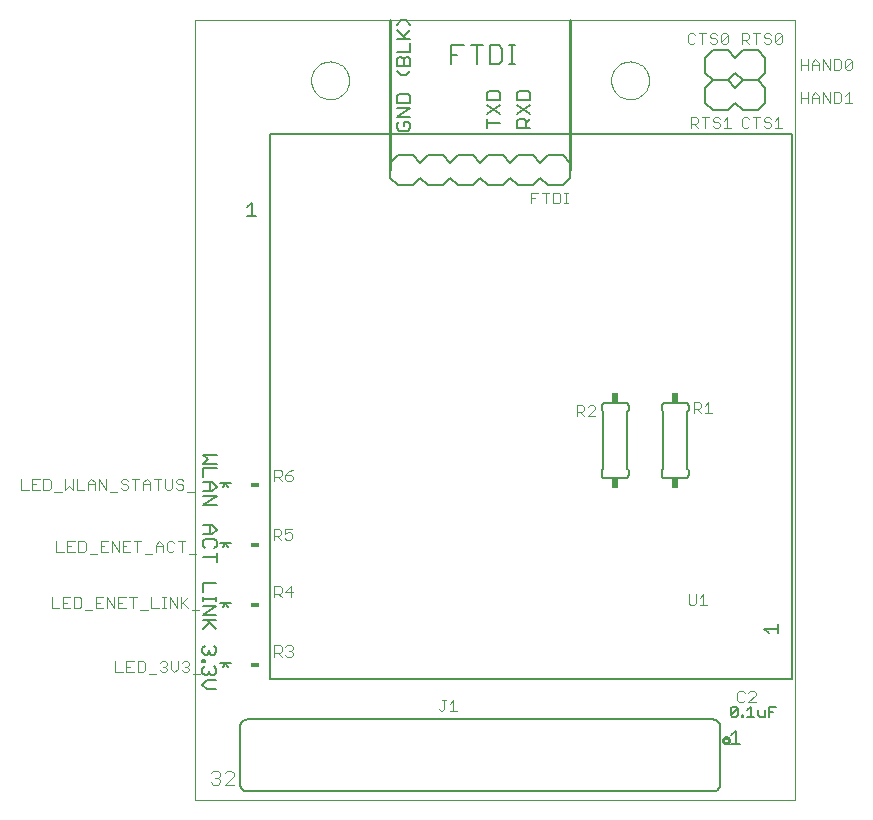
<source format=gto>
G75*
%MOIN*%
%OFA0B0*%
%FSLAX24Y24*%
%IPPOS*%
%LPD*%
%AMOC8*
5,1,8,0,0,1.08239X$1,22.5*
%
%ADD10C,0.0000*%
%ADD11C,0.0100*%
%ADD12C,0.0070*%
%ADD13C,0.0050*%
%ADD14C,0.0040*%
%ADD15C,0.0060*%
%ADD16C,0.0030*%
%ADD17R,0.0240X0.0340*%
%ADD18C,0.0080*%
%ADD19R,0.0300X0.0180*%
D10*
X006110Y000150D02*
X006110Y026150D01*
X026110Y026150D01*
X026110Y017350D01*
X026109Y000148D01*
X006110Y000150D01*
X009980Y024150D02*
X009982Y024200D01*
X009988Y024250D01*
X009998Y024299D01*
X010012Y024347D01*
X010029Y024394D01*
X010050Y024439D01*
X010075Y024483D01*
X010103Y024524D01*
X010135Y024563D01*
X010169Y024600D01*
X010206Y024634D01*
X010246Y024664D01*
X010288Y024691D01*
X010332Y024715D01*
X010378Y024736D01*
X010425Y024752D01*
X010473Y024765D01*
X010523Y024774D01*
X010572Y024779D01*
X010623Y024780D01*
X010673Y024777D01*
X010722Y024770D01*
X010771Y024759D01*
X010819Y024744D01*
X010865Y024726D01*
X010910Y024704D01*
X010953Y024678D01*
X010994Y024649D01*
X011033Y024617D01*
X011069Y024582D01*
X011101Y024544D01*
X011131Y024504D01*
X011158Y024461D01*
X011181Y024417D01*
X011200Y024371D01*
X011216Y024323D01*
X011228Y024274D01*
X011236Y024225D01*
X011240Y024175D01*
X011240Y024125D01*
X011236Y024075D01*
X011228Y024026D01*
X011216Y023977D01*
X011200Y023929D01*
X011181Y023883D01*
X011158Y023839D01*
X011131Y023796D01*
X011101Y023756D01*
X011069Y023718D01*
X011033Y023683D01*
X010994Y023651D01*
X010953Y023622D01*
X010910Y023596D01*
X010865Y023574D01*
X010819Y023556D01*
X010771Y023541D01*
X010722Y023530D01*
X010673Y023523D01*
X010623Y023520D01*
X010572Y023521D01*
X010523Y023526D01*
X010473Y023535D01*
X010425Y023548D01*
X010378Y023564D01*
X010332Y023585D01*
X010288Y023609D01*
X010246Y023636D01*
X010206Y023666D01*
X010169Y023700D01*
X010135Y023737D01*
X010103Y023776D01*
X010075Y023817D01*
X010050Y023861D01*
X010029Y023906D01*
X010012Y023953D01*
X009998Y024001D01*
X009988Y024050D01*
X009982Y024100D01*
X009980Y024150D01*
X019980Y024150D02*
X019982Y024200D01*
X019988Y024250D01*
X019998Y024299D01*
X020012Y024347D01*
X020029Y024394D01*
X020050Y024439D01*
X020075Y024483D01*
X020103Y024524D01*
X020135Y024563D01*
X020169Y024600D01*
X020206Y024634D01*
X020246Y024664D01*
X020288Y024691D01*
X020332Y024715D01*
X020378Y024736D01*
X020425Y024752D01*
X020473Y024765D01*
X020523Y024774D01*
X020572Y024779D01*
X020623Y024780D01*
X020673Y024777D01*
X020722Y024770D01*
X020771Y024759D01*
X020819Y024744D01*
X020865Y024726D01*
X020910Y024704D01*
X020953Y024678D01*
X020994Y024649D01*
X021033Y024617D01*
X021069Y024582D01*
X021101Y024544D01*
X021131Y024504D01*
X021158Y024461D01*
X021181Y024417D01*
X021200Y024371D01*
X021216Y024323D01*
X021228Y024274D01*
X021236Y024225D01*
X021240Y024175D01*
X021240Y024125D01*
X021236Y024075D01*
X021228Y024026D01*
X021216Y023977D01*
X021200Y023929D01*
X021181Y023883D01*
X021158Y023839D01*
X021131Y023796D01*
X021101Y023756D01*
X021069Y023718D01*
X021033Y023683D01*
X020994Y023651D01*
X020953Y023622D01*
X020910Y023596D01*
X020865Y023574D01*
X020819Y023556D01*
X020771Y023541D01*
X020722Y023530D01*
X020673Y023523D01*
X020623Y023520D01*
X020572Y023521D01*
X020523Y023526D01*
X020473Y023535D01*
X020425Y023548D01*
X020378Y023564D01*
X020332Y023585D01*
X020288Y023609D01*
X020246Y023636D01*
X020206Y023666D01*
X020169Y023700D01*
X020135Y023737D01*
X020103Y023776D01*
X020075Y023817D01*
X020050Y023861D01*
X020029Y023906D01*
X020012Y023953D01*
X019998Y024001D01*
X019988Y024050D01*
X019982Y024100D01*
X019980Y024150D01*
D11*
X018610Y026150D02*
X018610Y021150D01*
X012610Y021150D02*
X012610Y026150D01*
X023710Y002150D02*
X023712Y002170D01*
X023718Y002188D01*
X023727Y002206D01*
X023739Y002221D01*
X023754Y002233D01*
X023772Y002242D01*
X023790Y002248D01*
X023810Y002250D01*
X023830Y002248D01*
X023848Y002242D01*
X023866Y002233D01*
X023881Y002221D01*
X023893Y002206D01*
X023902Y002188D01*
X023908Y002170D01*
X023910Y002150D01*
X023908Y002130D01*
X023902Y002112D01*
X023893Y002094D01*
X023881Y002079D01*
X023866Y002067D01*
X023848Y002058D01*
X023830Y002052D01*
X023810Y002050D01*
X023790Y002052D01*
X023772Y002058D01*
X023754Y002067D01*
X023739Y002079D01*
X023727Y002094D01*
X023718Y002112D01*
X023712Y002130D01*
X023710Y002150D01*
D12*
X016789Y024685D02*
X016579Y024685D01*
X016684Y024685D02*
X016684Y025316D01*
X016579Y025316D02*
X016789Y025316D01*
X016354Y025210D02*
X016249Y025316D01*
X015934Y025316D01*
X015934Y024685D01*
X016249Y024685D01*
X016354Y024790D01*
X016354Y025210D01*
X015710Y025316D02*
X015290Y025316D01*
X015500Y025316D02*
X015500Y024685D01*
X014855Y025000D02*
X014645Y025000D01*
X014645Y024685D02*
X014645Y025316D01*
X015065Y025316D01*
D13*
X015910Y023796D02*
X015835Y023721D01*
X015835Y023496D01*
X016285Y023496D01*
X016285Y023721D01*
X016210Y023796D01*
X015910Y023796D01*
X015835Y023336D02*
X016285Y023035D01*
X016285Y023336D02*
X015835Y023035D01*
X015835Y022875D02*
X015835Y022575D01*
X015835Y022725D02*
X016285Y022725D01*
X016835Y022800D02*
X016835Y022575D01*
X017285Y022575D01*
X017135Y022575D02*
X017135Y022800D01*
X017060Y022875D01*
X016910Y022875D01*
X016835Y022800D01*
X016835Y023035D02*
X017285Y023336D01*
X017285Y023496D02*
X016835Y023496D01*
X016835Y023721D01*
X016910Y023796D01*
X017210Y023796D01*
X017285Y023721D01*
X017285Y023496D01*
X017285Y023035D02*
X016835Y023336D01*
X017285Y022875D02*
X017135Y022725D01*
X013285Y022700D02*
X013285Y022550D01*
X013210Y022475D01*
X012910Y022475D01*
X012835Y022550D01*
X012835Y022700D01*
X012910Y022775D01*
X013060Y022775D02*
X013060Y022625D01*
X013060Y022775D02*
X013210Y022775D01*
X013285Y022700D01*
X013285Y022935D02*
X012835Y022935D01*
X013285Y023236D01*
X012835Y023236D01*
X012835Y023396D02*
X012835Y023621D01*
X012910Y023696D01*
X013210Y023696D01*
X013285Y023621D01*
X013285Y023396D01*
X012835Y023396D01*
X012985Y024317D02*
X012835Y024467D01*
X012835Y024623D02*
X012835Y024849D01*
X012910Y024924D01*
X012985Y024924D01*
X013060Y024849D01*
X013060Y024623D01*
X013285Y024623D02*
X012835Y024623D01*
X013060Y024849D02*
X013135Y024924D01*
X013210Y024924D01*
X013285Y024849D01*
X013285Y024623D01*
X013285Y024467D02*
X013135Y024317D01*
X012985Y024317D01*
X012835Y025084D02*
X013285Y025084D01*
X013285Y025384D01*
X013285Y025544D02*
X012835Y025544D01*
X013060Y025619D02*
X013285Y025845D01*
X013285Y026005D02*
X013135Y026155D01*
X012985Y026155D01*
X012835Y026005D01*
X012835Y025845D02*
X013135Y025544D01*
X008610Y022350D02*
X025990Y022350D01*
X025990Y004180D01*
X008610Y004180D01*
X008610Y022350D01*
X007995Y020065D02*
X007995Y019615D01*
X007845Y019615D02*
X008145Y019615D01*
X007845Y019915D02*
X007995Y020065D01*
X006835Y011675D02*
X006385Y011675D01*
X006535Y011525D01*
X006385Y011375D01*
X006835Y011375D01*
X006835Y011215D02*
X006385Y011215D01*
X006385Y010914D01*
X006385Y010754D02*
X006685Y010754D01*
X006835Y010604D01*
X006685Y010454D01*
X006385Y010454D01*
X006385Y010294D02*
X006835Y010294D01*
X006385Y009994D01*
X006835Y009994D01*
X006610Y010454D02*
X006610Y010754D01*
X006600Y009325D02*
X006600Y009025D01*
X006675Y009025D02*
X006375Y009025D01*
X006450Y008865D02*
X006375Y008790D01*
X006375Y008639D01*
X006450Y008564D01*
X006750Y008564D02*
X006825Y008639D01*
X006825Y008790D01*
X006750Y008865D01*
X006450Y008865D01*
X006675Y009025D02*
X006825Y009175D01*
X006675Y009325D01*
X006375Y009325D01*
X006825Y008404D02*
X006825Y008104D01*
X006825Y008254D02*
X006375Y008254D01*
X006365Y007405D02*
X006365Y007105D01*
X006365Y006945D02*
X006365Y006794D01*
X006365Y006870D02*
X006815Y006870D01*
X006815Y006945D02*
X006815Y006794D01*
X006815Y006638D02*
X006365Y006337D01*
X006815Y006337D01*
X006815Y006177D02*
X006365Y006177D01*
X006515Y006177D02*
X006815Y005877D01*
X006590Y006102D02*
X006365Y005877D01*
X006430Y005305D02*
X006355Y005230D01*
X006355Y005080D01*
X006430Y005005D01*
X006505Y005005D01*
X006580Y005080D01*
X006580Y005155D01*
X006580Y005080D02*
X006655Y005005D01*
X006730Y005005D01*
X006805Y005080D01*
X006805Y005230D01*
X006730Y005305D01*
X006430Y004845D02*
X006430Y004770D01*
X006355Y004770D01*
X006355Y004845D01*
X006430Y004845D01*
X006430Y004614D02*
X006355Y004539D01*
X006355Y004389D01*
X006430Y004314D01*
X006505Y004314D01*
X006580Y004389D01*
X006580Y004464D01*
X006580Y004389D02*
X006655Y004314D01*
X006730Y004314D01*
X006805Y004389D01*
X006805Y004539D01*
X006730Y004614D01*
X006805Y004154D02*
X006505Y004154D01*
X006355Y004004D01*
X006505Y003854D01*
X006805Y003854D01*
X006815Y006638D02*
X006365Y006638D01*
X006365Y007405D02*
X006815Y007405D01*
X023985Y002325D02*
X024135Y002475D01*
X024135Y002025D01*
X023985Y002025D02*
X024285Y002025D01*
X025235Y005725D02*
X025085Y005875D01*
X025535Y005875D01*
X025535Y005725D02*
X025535Y006025D01*
D14*
X023339Y013070D02*
X023098Y013070D01*
X023218Y013070D02*
X023218Y013430D01*
X023098Y013310D01*
X022970Y013250D02*
X022910Y013190D01*
X022730Y013190D01*
X022730Y013070D02*
X022730Y013430D01*
X022910Y013430D01*
X022970Y013370D01*
X022970Y013250D01*
X022850Y013190D02*
X022970Y013070D01*
X019439Y012970D02*
X019198Y012970D01*
X019439Y013210D01*
X019439Y013270D01*
X019378Y013330D01*
X019258Y013330D01*
X019198Y013270D01*
X019070Y013270D02*
X019070Y013150D01*
X019010Y013090D01*
X018830Y013090D01*
X018830Y012970D02*
X018830Y013330D01*
X019010Y013330D01*
X019070Y013270D01*
X018950Y013090D02*
X019070Y012970D01*
X018535Y020050D02*
X018414Y020050D01*
X018475Y020050D02*
X018475Y020410D01*
X018535Y020410D02*
X018414Y020410D01*
X018286Y020350D02*
X018226Y020410D01*
X018046Y020410D01*
X018046Y020050D01*
X018226Y020050D01*
X018286Y020110D01*
X018286Y020350D01*
X017918Y020410D02*
X017678Y020410D01*
X017798Y020410D02*
X017798Y020050D01*
X017430Y020230D02*
X017310Y020230D01*
X017310Y020050D02*
X017310Y020410D01*
X017550Y020410D01*
X022630Y022570D02*
X022630Y022930D01*
X022810Y022930D01*
X022870Y022870D01*
X022870Y022750D01*
X022810Y022690D01*
X022630Y022690D01*
X022750Y022690D02*
X022870Y022570D01*
X023118Y022570D02*
X023118Y022930D01*
X022998Y022930D02*
X023239Y022930D01*
X023367Y022870D02*
X023367Y022810D01*
X023427Y022750D01*
X023547Y022750D01*
X023607Y022690D01*
X023607Y022630D01*
X023547Y022570D01*
X023427Y022570D01*
X023367Y022630D01*
X023367Y022870D02*
X023427Y022930D01*
X023547Y022930D01*
X023607Y022870D01*
X023735Y022810D02*
X023855Y022930D01*
X023855Y022570D01*
X023735Y022570D02*
X023975Y022570D01*
X024330Y022630D02*
X024330Y022870D01*
X024390Y022930D01*
X024510Y022930D01*
X024570Y022870D01*
X024698Y022930D02*
X024939Y022930D01*
X024818Y022930D02*
X024818Y022570D01*
X024570Y022630D02*
X024510Y022570D01*
X024390Y022570D01*
X024330Y022630D01*
X025067Y022630D02*
X025127Y022570D01*
X025247Y022570D01*
X025307Y022630D01*
X025307Y022690D01*
X025247Y022750D01*
X025127Y022750D01*
X025067Y022810D01*
X025067Y022870D01*
X025127Y022930D01*
X025247Y022930D01*
X025307Y022870D01*
X025435Y022810D02*
X025555Y022930D01*
X025555Y022570D01*
X025435Y022570D02*
X025675Y022570D01*
X026300Y023390D02*
X026300Y023750D01*
X026300Y023570D02*
X026540Y023570D01*
X026668Y023570D02*
X026909Y023570D01*
X026909Y023630D02*
X026909Y023390D01*
X027037Y023390D02*
X027037Y023750D01*
X027277Y023390D01*
X027277Y023750D01*
X027405Y023750D02*
X027585Y023750D01*
X027645Y023690D01*
X027645Y023450D01*
X027585Y023390D01*
X027405Y023390D01*
X027405Y023750D01*
X027773Y023630D02*
X027893Y023750D01*
X027893Y023390D01*
X027773Y023390D02*
X028013Y023390D01*
X027953Y024490D02*
X027833Y024490D01*
X027773Y024550D01*
X028013Y024790D01*
X028013Y024550D01*
X027953Y024490D01*
X027773Y024550D02*
X027773Y024790D01*
X027833Y024850D01*
X027953Y024850D01*
X028013Y024790D01*
X027645Y024790D02*
X027645Y024550D01*
X027585Y024490D01*
X027405Y024490D01*
X027405Y024850D01*
X027585Y024850D01*
X027645Y024790D01*
X027277Y024850D02*
X027277Y024490D01*
X027037Y024850D01*
X027037Y024490D01*
X026909Y024490D02*
X026909Y024730D01*
X026788Y024850D01*
X026668Y024730D01*
X026668Y024490D01*
X026540Y024490D02*
X026540Y024850D01*
X026540Y024670D02*
X026300Y024670D01*
X026300Y024490D02*
X026300Y024850D01*
X026668Y024670D02*
X026909Y024670D01*
X026788Y023750D02*
X026909Y023630D01*
X026788Y023750D02*
X026668Y023630D01*
X026668Y023390D01*
X026540Y023390D02*
X026540Y023750D01*
X025615Y025370D02*
X025495Y025370D01*
X025435Y025430D01*
X025675Y025670D01*
X025675Y025430D01*
X025615Y025370D01*
X025435Y025430D02*
X025435Y025670D01*
X025495Y025730D01*
X025615Y025730D01*
X025675Y025670D01*
X025307Y025670D02*
X025247Y025730D01*
X025127Y025730D01*
X025067Y025670D01*
X025067Y025610D01*
X025127Y025550D01*
X025247Y025550D01*
X025307Y025490D01*
X025307Y025430D01*
X025247Y025370D01*
X025127Y025370D01*
X025067Y025430D01*
X024818Y025370D02*
X024818Y025730D01*
X024698Y025730D02*
X024939Y025730D01*
X024570Y025670D02*
X024570Y025550D01*
X024510Y025490D01*
X024330Y025490D01*
X024330Y025370D02*
X024330Y025730D01*
X024510Y025730D01*
X024570Y025670D01*
X024450Y025490D02*
X024570Y025370D01*
X023875Y025430D02*
X023815Y025370D01*
X023695Y025370D01*
X023635Y025430D01*
X023875Y025670D01*
X023875Y025430D01*
X023635Y025430D02*
X023635Y025670D01*
X023695Y025730D01*
X023815Y025730D01*
X023875Y025670D01*
X023507Y025670D02*
X023447Y025730D01*
X023327Y025730D01*
X023267Y025670D01*
X023267Y025610D01*
X023327Y025550D01*
X023447Y025550D01*
X023507Y025490D01*
X023507Y025430D01*
X023447Y025370D01*
X023327Y025370D01*
X023267Y025430D01*
X023018Y025370D02*
X023018Y025730D01*
X022898Y025730D02*
X023139Y025730D01*
X022770Y025670D02*
X022710Y025730D01*
X022590Y025730D01*
X022530Y025670D01*
X022530Y025430D01*
X022590Y025370D01*
X022710Y025370D01*
X022770Y025430D01*
X014718Y003480D02*
X014718Y003120D01*
X014598Y003120D02*
X014839Y003120D01*
X014598Y003360D02*
X014718Y003480D01*
X014470Y003480D02*
X014350Y003480D01*
X014410Y003480D02*
X014410Y003180D01*
X014350Y003120D01*
X014290Y003120D01*
X014230Y003180D01*
X007397Y001054D02*
X007397Y000977D01*
X007090Y000670D01*
X007397Y000670D01*
X006937Y000747D02*
X006937Y000823D01*
X006860Y000900D01*
X006783Y000900D01*
X006860Y000900D02*
X006937Y000977D01*
X006937Y001054D01*
X006860Y001130D01*
X006707Y001130D01*
X006630Y001054D01*
X007090Y001054D02*
X007167Y001130D01*
X007321Y001130D01*
X007397Y001054D01*
X006937Y000747D02*
X006860Y000670D01*
X006707Y000670D01*
X006630Y000747D01*
D15*
X007610Y000700D02*
X007610Y002600D01*
X007612Y002630D01*
X007617Y002660D01*
X007626Y002689D01*
X007639Y002716D01*
X007654Y002742D01*
X007673Y002766D01*
X007694Y002787D01*
X007718Y002806D01*
X007744Y002821D01*
X007771Y002834D01*
X007800Y002843D01*
X007830Y002848D01*
X007860Y002850D01*
X023360Y002850D01*
X023390Y002848D01*
X023420Y002843D01*
X023449Y002834D01*
X023476Y002821D01*
X023502Y002806D01*
X023526Y002787D01*
X023547Y002766D01*
X023566Y002742D01*
X023581Y002716D01*
X023594Y002689D01*
X023603Y002660D01*
X023608Y002630D01*
X023610Y002600D01*
X023610Y000700D01*
X023608Y000670D01*
X023603Y000640D01*
X023594Y000611D01*
X023581Y000584D01*
X023566Y000558D01*
X023547Y000534D01*
X023526Y000513D01*
X023502Y000494D01*
X023476Y000479D01*
X023449Y000466D01*
X023420Y000457D01*
X023390Y000452D01*
X023360Y000450D01*
X007860Y000450D01*
X007830Y000452D01*
X007800Y000457D01*
X007771Y000466D01*
X007744Y000479D01*
X007718Y000494D01*
X007694Y000513D01*
X007673Y000534D01*
X007654Y000558D01*
X007639Y000584D01*
X007626Y000611D01*
X007617Y000640D01*
X007612Y000670D01*
X007610Y000700D01*
X019660Y011000D02*
X019660Y011150D01*
X019710Y011200D01*
X019710Y013100D01*
X019660Y013150D01*
X019660Y013300D01*
X019662Y013317D01*
X019666Y013334D01*
X019673Y013350D01*
X019683Y013364D01*
X019696Y013377D01*
X019710Y013387D01*
X019726Y013394D01*
X019743Y013398D01*
X019760Y013400D01*
X020460Y013400D01*
X020477Y013398D01*
X020494Y013394D01*
X020510Y013387D01*
X020524Y013377D01*
X020537Y013364D01*
X020547Y013350D01*
X020554Y013334D01*
X020558Y013317D01*
X020560Y013300D01*
X020560Y013150D01*
X020510Y013100D01*
X020510Y011200D01*
X020560Y011150D01*
X020560Y011000D01*
X020558Y010983D01*
X020554Y010966D01*
X020547Y010950D01*
X020537Y010936D01*
X020524Y010923D01*
X020510Y010913D01*
X020494Y010906D01*
X020477Y010902D01*
X020460Y010900D01*
X019760Y010900D01*
X019743Y010902D01*
X019726Y010906D01*
X019710Y010913D01*
X019696Y010923D01*
X019683Y010936D01*
X019673Y010950D01*
X019666Y010966D01*
X019662Y010983D01*
X019660Y011000D01*
X021660Y011000D02*
X021660Y011150D01*
X021710Y011200D01*
X021710Y013100D01*
X021660Y013150D01*
X021660Y013300D01*
X021662Y013317D01*
X021666Y013334D01*
X021673Y013350D01*
X021683Y013364D01*
X021696Y013377D01*
X021710Y013387D01*
X021726Y013394D01*
X021743Y013398D01*
X021760Y013400D01*
X022460Y013400D01*
X022477Y013398D01*
X022494Y013394D01*
X022510Y013387D01*
X022524Y013377D01*
X022537Y013364D01*
X022547Y013350D01*
X022554Y013334D01*
X022558Y013317D01*
X022560Y013300D01*
X022560Y013150D01*
X022510Y013100D01*
X022510Y011200D01*
X022560Y011150D01*
X022560Y011000D01*
X022558Y010983D01*
X022554Y010966D01*
X022547Y010950D01*
X022537Y010936D01*
X022524Y010923D01*
X022510Y010913D01*
X022494Y010906D01*
X022477Y010902D01*
X022460Y010900D01*
X021760Y010900D01*
X021743Y010902D01*
X021726Y010906D01*
X021710Y010913D01*
X021696Y010923D01*
X021683Y010936D01*
X021673Y010950D01*
X021666Y010966D01*
X021662Y010983D01*
X021660Y011000D01*
X024020Y003278D02*
X024134Y003278D01*
X024191Y003222D01*
X023964Y002995D01*
X024020Y002938D01*
X024134Y002938D01*
X024191Y002995D01*
X024191Y003222D01*
X024020Y003278D02*
X023964Y003222D01*
X023964Y002995D01*
X024332Y002995D02*
X024389Y002995D01*
X024389Y002938D01*
X024332Y002938D01*
X024332Y002995D01*
X024516Y002938D02*
X024743Y002938D01*
X024630Y002938D02*
X024630Y003278D01*
X024516Y003165D01*
X024884Y003165D02*
X024884Y002995D01*
X024941Y002938D01*
X025111Y002938D01*
X025111Y003165D01*
X025253Y003108D02*
X025366Y003108D01*
X025253Y002938D02*
X025253Y003278D01*
X025480Y003278D01*
D16*
X003702Y004420D02*
X003455Y004420D01*
X003455Y004790D01*
X003823Y004790D02*
X003823Y004420D01*
X004070Y004420D01*
X004192Y004420D02*
X004377Y004420D01*
X004439Y004482D01*
X004439Y004729D01*
X004377Y004790D01*
X004192Y004790D01*
X004192Y004420D01*
X003947Y004605D02*
X003823Y004605D01*
X003823Y004790D02*
X004070Y004790D01*
X004560Y004358D02*
X004807Y004358D01*
X004928Y004482D02*
X004990Y004420D01*
X005113Y004420D01*
X005175Y004482D01*
X005175Y004543D01*
X005113Y004605D01*
X005052Y004605D01*
X005113Y004605D02*
X005175Y004667D01*
X005175Y004729D01*
X005113Y004790D01*
X004990Y004790D01*
X004928Y004729D01*
X005297Y004790D02*
X005297Y004543D01*
X005420Y004420D01*
X005543Y004543D01*
X005543Y004790D01*
X005665Y004729D02*
X005727Y004790D01*
X005850Y004790D01*
X005912Y004729D01*
X005912Y004667D01*
X005850Y004605D01*
X005912Y004543D01*
X005912Y004482D01*
X005850Y004420D01*
X005727Y004420D01*
X005665Y004482D01*
X005788Y004605D02*
X005850Y004605D01*
X006033Y004358D02*
X006280Y004358D01*
X006247Y006498D02*
X006000Y006498D01*
X005879Y006560D02*
X005694Y006745D01*
X005632Y006683D02*
X005879Y006930D01*
X005632Y006930D02*
X005632Y006560D01*
X005511Y006560D02*
X005511Y006930D01*
X005264Y006930D02*
X005511Y006560D01*
X005264Y006560D02*
X005264Y006930D01*
X005142Y006930D02*
X005018Y006930D01*
X005080Y006930D02*
X005080Y006560D01*
X005018Y006560D02*
X005142Y006560D01*
X004897Y006560D02*
X004650Y006560D01*
X004650Y006930D01*
X004528Y006498D02*
X004282Y006498D01*
X004037Y006560D02*
X004037Y006930D01*
X004160Y006930D02*
X003913Y006930D01*
X003792Y006930D02*
X003545Y006930D01*
X003545Y006560D01*
X003792Y006560D01*
X003668Y006745D02*
X003545Y006745D01*
X003423Y006560D02*
X003177Y006930D01*
X003177Y006560D01*
X003055Y006560D02*
X002808Y006560D01*
X002808Y006930D01*
X003055Y006930D01*
X002932Y006745D02*
X002808Y006745D01*
X002687Y006498D02*
X002440Y006498D01*
X002319Y006622D02*
X002319Y006869D01*
X002257Y006930D01*
X002072Y006930D01*
X002072Y006560D01*
X002257Y006560D01*
X002319Y006622D01*
X001950Y006560D02*
X001703Y006560D01*
X001703Y006930D01*
X001950Y006930D01*
X001827Y006745D02*
X001703Y006745D01*
X001582Y006560D02*
X001335Y006560D01*
X001335Y006930D01*
X002590Y008368D02*
X002837Y008368D01*
X002958Y008430D02*
X003205Y008430D01*
X003327Y008430D02*
X003327Y008800D01*
X003573Y008430D01*
X003573Y008800D01*
X003695Y008800D02*
X003695Y008430D01*
X003942Y008430D01*
X003818Y008615D02*
X003695Y008615D01*
X003695Y008800D02*
X003942Y008800D01*
X004063Y008800D02*
X004310Y008800D01*
X004187Y008800D02*
X004187Y008430D01*
X004432Y008368D02*
X004678Y008368D01*
X004800Y008430D02*
X004800Y008677D01*
X004923Y008800D01*
X005047Y008677D01*
X005047Y008430D01*
X005168Y008492D02*
X005168Y008739D01*
X005230Y008800D01*
X005353Y008800D01*
X005415Y008739D01*
X005536Y008800D02*
X005783Y008800D01*
X005660Y008800D02*
X005660Y008430D01*
X005905Y008368D02*
X006152Y008368D01*
X005415Y008492D02*
X005353Y008430D01*
X005230Y008430D01*
X005168Y008492D01*
X005047Y008615D02*
X004800Y008615D01*
X003205Y008800D02*
X002958Y008800D01*
X002958Y008430D01*
X002958Y008615D02*
X003082Y008615D01*
X002469Y008492D02*
X002469Y008739D01*
X002407Y008800D01*
X002222Y008800D01*
X002222Y008430D01*
X002407Y008430D01*
X002469Y008492D01*
X002100Y008430D02*
X001853Y008430D01*
X001853Y008800D01*
X002100Y008800D01*
X001977Y008615D02*
X001853Y008615D01*
X001732Y008430D02*
X001485Y008430D01*
X001485Y008800D01*
X001420Y010438D02*
X001667Y010438D01*
X001788Y010500D02*
X001912Y010623D01*
X002035Y010500D01*
X002035Y010870D01*
X002157Y010870D02*
X002157Y010500D01*
X002403Y010500D01*
X002525Y010500D02*
X002525Y010747D01*
X002648Y010870D01*
X002772Y010747D01*
X002772Y010500D01*
X002893Y010500D02*
X002893Y010870D01*
X003140Y010500D01*
X003140Y010870D01*
X003630Y010809D02*
X003630Y010747D01*
X003692Y010685D01*
X003815Y010685D01*
X003877Y010623D01*
X003877Y010562D01*
X003815Y010500D01*
X003692Y010500D01*
X003630Y010562D01*
X003508Y010438D02*
X003262Y010438D01*
X003630Y010809D02*
X003692Y010870D01*
X003815Y010870D01*
X003877Y010809D01*
X003998Y010870D02*
X004245Y010870D01*
X004122Y010870D02*
X004122Y010500D01*
X004366Y010500D02*
X004366Y010747D01*
X004490Y010870D01*
X004613Y010747D01*
X004613Y010500D01*
X004613Y010685D02*
X004366Y010685D01*
X004735Y010870D02*
X004982Y010870D01*
X005103Y010870D02*
X005103Y010562D01*
X005165Y010500D01*
X005288Y010500D01*
X005350Y010562D01*
X005350Y010870D01*
X005471Y010809D02*
X005471Y010747D01*
X005533Y010685D01*
X005657Y010685D01*
X005718Y010623D01*
X005718Y010562D01*
X005657Y010500D01*
X005533Y010500D01*
X005471Y010562D01*
X005471Y010809D02*
X005533Y010870D01*
X005657Y010870D01*
X005718Y010809D01*
X005840Y010438D02*
X006087Y010438D01*
X004858Y010500D02*
X004858Y010870D01*
X002772Y010685D02*
X002525Y010685D01*
X001788Y010870D02*
X001788Y010500D01*
X001299Y010562D02*
X001299Y010809D01*
X001237Y010870D01*
X001052Y010870D01*
X001052Y010500D01*
X001237Y010500D01*
X001299Y010562D01*
X000930Y010500D02*
X000683Y010500D01*
X000683Y010870D01*
X000930Y010870D01*
X000807Y010685D02*
X000683Y010685D01*
X000562Y010500D02*
X000315Y010500D01*
X000315Y010870D01*
X003423Y006930D02*
X003423Y006560D01*
X008755Y006915D02*
X008755Y007285D01*
X008940Y007285D01*
X009002Y007224D01*
X009002Y007100D01*
X008940Y007038D01*
X008755Y007038D01*
X008878Y007038D02*
X009002Y006915D01*
X009123Y007100D02*
X009308Y007285D01*
X009308Y006915D01*
X009370Y007100D02*
X009123Y007100D01*
X009185Y005315D02*
X009308Y005315D01*
X009370Y005254D01*
X009370Y005192D01*
X009308Y005130D01*
X009370Y005068D01*
X009370Y005007D01*
X009308Y004945D01*
X009185Y004945D01*
X009123Y005007D01*
X009002Y004945D02*
X008878Y005068D01*
X008940Y005068D02*
X008755Y005068D01*
X008755Y004945D02*
X008755Y005315D01*
X008940Y005315D01*
X009002Y005254D01*
X009002Y005130D01*
X008940Y005068D01*
X009123Y005254D02*
X009185Y005315D01*
X009247Y005130D02*
X009308Y005130D01*
X009278Y008835D02*
X009155Y008835D01*
X009093Y008897D01*
X009093Y009020D02*
X009217Y009082D01*
X009278Y009082D01*
X009340Y009020D01*
X009340Y008897D01*
X009278Y008835D01*
X009093Y009020D02*
X009093Y009205D01*
X009340Y009205D01*
X008972Y009144D02*
X008972Y009020D01*
X008910Y008958D01*
X008725Y008958D01*
X008725Y008835D02*
X008725Y009205D01*
X008910Y009205D01*
X008972Y009144D01*
X008848Y008958D02*
X008972Y008835D01*
X009002Y010805D02*
X008878Y010928D01*
X008940Y010928D02*
X008755Y010928D01*
X008755Y010805D02*
X008755Y011175D01*
X008940Y011175D01*
X009002Y011114D01*
X009002Y010990D01*
X008940Y010928D01*
X009123Y010867D02*
X009185Y010805D01*
X009308Y010805D01*
X009370Y010867D01*
X009370Y010928D01*
X009308Y010990D01*
X009123Y010990D01*
X009123Y010867D01*
X009123Y010990D02*
X009247Y011114D01*
X009370Y011175D01*
X022558Y007025D02*
X022558Y006717D01*
X022620Y006655D01*
X022744Y006655D01*
X022805Y006717D01*
X022805Y007025D01*
X022927Y006902D02*
X023050Y007025D01*
X023050Y006655D01*
X022927Y006655D02*
X023174Y006655D01*
X024247Y003796D02*
X024185Y003734D01*
X024185Y003487D01*
X024247Y003426D01*
X024370Y003426D01*
X024432Y003487D01*
X024553Y003426D02*
X024800Y003673D01*
X024800Y003734D01*
X024738Y003796D01*
X024615Y003796D01*
X024553Y003734D01*
X024432Y003734D02*
X024370Y003796D01*
X024247Y003796D01*
X024553Y003426D02*
X024800Y003426D01*
D17*
X022110Y010730D03*
X020110Y010730D03*
X020110Y013570D03*
X022110Y013570D03*
D18*
X018360Y020650D02*
X017860Y020650D01*
X017610Y020900D01*
X017360Y020650D01*
X016860Y020650D01*
X016610Y020900D01*
X016360Y020650D01*
X015860Y020650D01*
X015610Y020900D01*
X015360Y020650D01*
X014860Y020650D01*
X014610Y020900D01*
X014360Y020650D01*
X013860Y020650D01*
X013610Y020900D01*
X013360Y020650D01*
X012860Y020650D01*
X012610Y020900D01*
X012610Y021400D01*
X012860Y021650D01*
X013360Y021650D01*
X013610Y021400D01*
X013860Y021650D01*
X014360Y021650D01*
X014610Y021400D01*
X014860Y021650D01*
X015360Y021650D01*
X015610Y021400D01*
X015860Y021650D01*
X016360Y021650D01*
X016610Y021400D01*
X016860Y021650D01*
X017360Y021650D01*
X017610Y021400D01*
X017860Y021650D01*
X018360Y021650D01*
X018610Y021400D01*
X018610Y020900D01*
X018360Y020650D01*
X023110Y023400D02*
X023360Y023150D01*
X023860Y023150D01*
X024110Y023400D01*
X024360Y023150D01*
X024860Y023150D01*
X025110Y023400D01*
X025110Y023900D01*
X024860Y024150D01*
X025110Y024400D01*
X025110Y024900D01*
X024860Y025150D01*
X024360Y025150D01*
X024110Y024900D01*
X023860Y025150D01*
X023360Y025150D01*
X023110Y024900D01*
X023110Y024400D01*
X023360Y024150D01*
X023860Y024150D01*
X024110Y024400D01*
X024360Y024150D01*
X024860Y024150D01*
X024360Y024150D01*
X024110Y023900D01*
X023860Y024150D01*
X023360Y024150D01*
X023110Y023900D01*
X023110Y023400D01*
X007291Y010717D02*
X007110Y010717D01*
X007202Y010595D01*
X007110Y010717D02*
X006929Y010717D01*
X007024Y010595D02*
X007100Y010711D01*
X007110Y008717D02*
X007202Y008595D01*
X007291Y008717D02*
X007110Y008717D01*
X006929Y008717D01*
X007024Y008595D02*
X007100Y008711D01*
X007110Y006717D02*
X007202Y006595D01*
X007291Y006717D02*
X007110Y006717D01*
X006929Y006717D01*
X007024Y006595D02*
X007100Y006711D01*
X007110Y004717D02*
X007202Y004595D01*
X007291Y004717D02*
X007110Y004717D01*
X006929Y004717D01*
X007024Y004595D02*
X007100Y004711D01*
D19*
X008110Y004650D03*
X008110Y006650D03*
X008110Y008650D03*
X008110Y010650D03*
M02*

</source>
